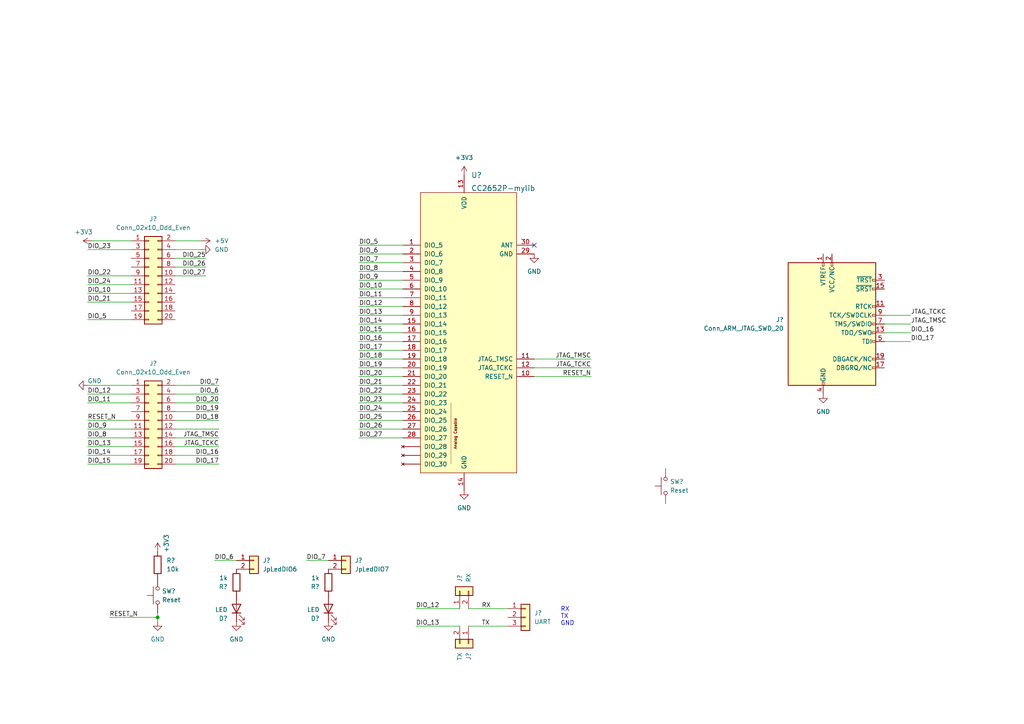
<source format=kicad_sch>
(kicad_sch (version 20211123) (generator eeschema)
  (paper "A4")
  (lib_symbols
    (symbol "Connector:Conn_ARM_JTAG_SWD_20" (pin_names (offset 1.016))
      (property "Reference" "J" (at -5.08 21.59 0))
      (property "Value" "Conn_ARM_JTAG_SWD_20" (at -5.08 19.05 0))
      (symbol "Conn_ARM_JTAG_SWD_20_0_1"
        (rectangle (start -12.7 17.78) (end 12.7 -17.78) (stroke (width 0.254)) (fill (type background)))
        (rectangle (start -2.794 -17.78) (end -2.286 -16.764))
        (rectangle (start -2.794 17.78) (end -2.286 16.764))
        (rectangle (start -0.254 17.78) (end 0.254 16.764))
        (rectangle (start 11.684 2.286) (end 12.7 2.794))
        (rectangle (start 12.7 -12.446) (end 11.684 -12.954))
        (rectangle (start 12.7 -9.906) (end 11.684 -10.414))
        (rectangle (start 12.7 -2.794) (end 11.684 -2.286))
        (rectangle (start 12.7 -0.254) (end 11.684 0.254))
        (rectangle (start 12.7 4.826) (end 11.684 5.334))
        (rectangle (start 12.7 10.414) (end 11.684 9.906))
        (rectangle (start 12.7 12.954) (end 11.684 12.446))
      )
      (symbol "Conn_ARM_JTAG_SWD_20_1_1"
        (rectangle (start 11.684 -5.334) (end 12.7 -4.826))
        (pin power_in line (at -2.54 20.32 270) (length 2.54) (name "VTREF") (number "1"))
        (pin passive line (at -2.54 -20.32 90) (length 2.54) hide (name "GND") (number "10"))
        (pin input line (at 15.24 5.08 180) (length 2.54) (name "RTCK") (number "11"))
        (pin passive line (at -2.54 -20.32 90) (length 2.54) hide (name "GND") (number "12"))
        (pin input line (at 15.24 -2.54 180) (length 2.54) (name "TDO/SWO") (number "13"))
        (pin passive line (at -2.54 -20.32 90) (length 2.54) hide (name "GND") (number "14"))
        (pin bidirectional line (at 15.24 10.16 180) (length 2.54) (name "~{SRST}") (number "15"))
        (pin passive line (at -2.54 -20.32 90) (length 2.54) hide (name "GND") (number "16"))
        (pin output line (at 15.24 -12.7 180) (length 2.54) (name "DBGRQ/NC") (number "17"))
        (pin passive line (at -2.54 -20.32 90) (length 2.54) hide (name "GND") (number "18"))
        (pin input line (at 15.24 -10.16 180) (length 2.54) (name "DBGACK/NC") (number "19"))
        (pin power_in line (at 0 20.32 270) (length 2.54) (name "VCC/NC") (number "2"))
        (pin passive line (at -2.54 -20.32 90) (length 2.54) hide (name "GND") (number "20"))
        (pin output line (at 15.24 12.7 180) (length 2.54) (name "~{TRST}") (number "3"))
        (pin power_in line (at -2.54 -20.32 90) (length 2.54) (name "GND") (number "4"))
        (pin output line (at 15.24 -5.08 180) (length 2.54) (name "TDI") (number "5"))
        (pin passive line (at -2.54 -20.32 90) (length 2.54) hide (name "GND") (number "6"))
        (pin output line (at 15.24 0 180) (length 2.54) (name "TMS/SWDIO") (number "7"))
        (pin passive line (at -2.54 -20.32 90) (length 2.54) hide (name "GND") (number "8"))
        (pin output line (at 15.24 2.54 180) (length 2.54) (name "TCK/SWDCLK") (number "9"))
      )
    )
    (symbol "Connector_Generic:Conn_01x02" (pin_names (offset 1.016) hide)
      (property "Reference" "J" (at 0 2.54 0))
      (property "Value" "Conn_01x02" (at 0 -5.08 0))
      (symbol "Conn_01x02_1_1"
        (rectangle (start -1.27 -2.413) (end 0 -2.667) (stroke (width 0.1524)))
        (rectangle (start -1.27 0.127) (end 0 -0.127) (stroke (width 0.1524)))
        (rectangle (start -1.27 1.27) (end 1.27 -3.81) (stroke (width 0.254)) (fill (type background)))
        (pin passive line (at -5.08 0 0) (length 3.81) (name "Pin_1") (number "1"))
        (pin passive line (at -5.08 -2.54 0) (length 3.81) (name "Pin_2") (number "2"))
      )
    )
    (symbol "Connector_Generic:Conn_01x03" (pin_names (offset 1.016) hide)
      (property "Reference" "J" (at 0 5.08 0))
      (property "Value" "Conn_01x03" (at 0 -5.08 0))
      (symbol "Conn_01x03_1_1"
        (rectangle (start -1.27 -2.413) (end 0 -2.667) (stroke (width 0.1524)))
        (rectangle (start -1.27 0.127) (end 0 -0.127) (stroke (width 0.1524)))
        (rectangle (start -1.27 2.667) (end 0 2.413) (stroke (width 0.1524)))
        (rectangle (start -1.27 3.81) (end 1.27 -3.81) (stroke (width 0.254)) (fill (type background)))
        (pin passive line (at -5.08 2.54 0) (length 3.81) (name "Pin_1") (number "1"))
        (pin passive line (at -5.08 0 0) (length 3.81) (name "Pin_2") (number "2"))
        (pin passive line (at -5.08 -2.54 0) (length 3.81) (name "Pin_3") (number "3"))
      )
    )
    (symbol "Connector_Generic:Conn_02x10_Odd_Even" (pin_names (offset 1.016) hide)
      (property "Reference" "J" (at 1.27 12.7 0))
      (property "Value" "Conn_02x10_Odd_Even" (at 1.27 -15.24 0))
      (symbol "Conn_02x10_Odd_Even_1_1"
        (rectangle (start -1.27 -12.573) (end 0 -12.827) (stroke (width 0.1524)))
        (rectangle (start -1.27 -10.033) (end 0 -10.287) (stroke (width 0.1524)))
        (rectangle (start -1.27 -7.493) (end 0 -7.747) (stroke (width 0.1524)))
        (rectangle (start -1.27 -4.953) (end 0 -5.207) (stroke (width 0.1524)))
        (rectangle (start -1.27 -2.413) (end 0 -2.667) (stroke (width 0.1524)))
        (rectangle (start -1.27 0.127) (end 0 -0.127) (stroke (width 0.1524)))
        (rectangle (start -1.27 2.667) (end 0 2.413) (stroke (width 0.1524)))
        (rectangle (start -1.27 5.207) (end 0 4.953) (stroke (width 0.1524)))
        (rectangle (start -1.27 7.747) (end 0 7.493) (stroke (width 0.1524)))
        (rectangle (start -1.27 10.287) (end 0 10.033) (stroke (width 0.1524)))
        (rectangle (start -1.27 11.43) (end 3.81 -13.97) (stroke (width 0.254)) (fill (type background)))
        (rectangle (start 3.81 -12.573) (end 2.54 -12.827) (stroke (width 0.1524)))
        (rectangle (start 3.81 -10.033) (end 2.54 -10.287) (stroke (width 0.1524)))
        (rectangle (start 3.81 -7.493) (end 2.54 -7.747) (stroke (width 0.1524)))
        (rectangle (start 3.81 -4.953) (end 2.54 -5.207) (stroke (width 0.1524)))
        (rectangle (start 3.81 -2.413) (end 2.54 -2.667) (stroke (width 0.1524)))
        (rectangle (start 3.81 0.127) (end 2.54 -0.127) (stroke (width 0.1524)))
        (rectangle (start 3.81 2.667) (end 2.54 2.413) (stroke (width 0.1524)))
        (rectangle (start 3.81 5.207) (end 2.54 4.953) (stroke (width 0.1524)))
        (rectangle (start 3.81 7.747) (end 2.54 7.493) (stroke (width 0.1524)))
        (rectangle (start 3.81 10.287) (end 2.54 10.033) (stroke (width 0.1524)))
        (pin passive line (at -5.08 10.16 0) (length 3.81) (name "Pin_1") (number "1"))
        (pin passive line (at 7.62 0 180) (length 3.81) (name "Pin_10") (number "10"))
        (pin passive line (at -5.08 -2.54 0) (length 3.81) (name "Pin_11") (number "11"))
        (pin passive line (at 7.62 -2.54 180) (length 3.81) (name "Pin_12") (number "12"))
        (pin passive line (at -5.08 -5.08 0) (length 3.81) (name "Pin_13") (number "13"))
        (pin passive line (at 7.62 -5.08 180) (length 3.81) (name "Pin_14") (number "14"))
        (pin passive line (at -5.08 -7.62 0) (length 3.81) (name "Pin_15") (number "15"))
        (pin passive line (at 7.62 -7.62 180) (length 3.81) (name "Pin_16") (number "16"))
        (pin passive line (at -5.08 -10.16 0) (length 3.81) (name "Pin_17") (number "17"))
        (pin passive line (at 7.62 -10.16 180) (length 3.81) (name "Pin_18") (number "18"))
        (pin passive line (at -5.08 -12.7 0) (length 3.81) (name "Pin_19") (number "19"))
        (pin passive line (at 7.62 10.16 180) (length 3.81) (name "Pin_2") (number "2"))
        (pin passive line (at 7.62 -12.7 180) (length 3.81) (name "Pin_20") (number "20"))
        (pin passive line (at -5.08 7.62 0) (length 3.81) (name "Pin_3") (number "3"))
        (pin passive line (at 7.62 7.62 180) (length 3.81) (name "Pin_4") (number "4"))
        (pin passive line (at -5.08 5.08 0) (length 3.81) (name "Pin_5") (number "5"))
        (pin passive line (at 7.62 5.08 180) (length 3.81) (name "Pin_6") (number "6"))
        (pin passive line (at -5.08 2.54 0) (length 3.81) (name "Pin_7") (number "7"))
        (pin passive line (at 7.62 2.54 180) (length 3.81) (name "Pin_8") (number "8"))
        (pin passive line (at -5.08 0 0) (length 3.81) (name "Pin_9") (number "9"))
      )
    )
    (symbol "Device:LED" (pin_numbers hide) (pin_names (offset 1.016) hide)
      (property "Reference" "D" (at 0 2.54 0))
      (property "Value" "LED" (at 0 -2.54 0))
      (symbol "LED_0_1"
        (polyline (pts (xy -1.27 -1.27) (xy -1.27 1.27)) (stroke (width 0.254)))
        (polyline (pts (xy -1.27 0) (xy 1.27 0)))
        (polyline (pts (xy 1.27 -1.27) (xy 1.27 1.27) (xy -1.27 0) (xy 1.27 -1.27)) (stroke (width 0.254)))
        (polyline (pts (xy -3.048 -0.762) (xy -4.572 -2.286) (xy -3.81 -2.286) (xy -4.572 -2.286) (xy -4.572 -1.524)))
        (polyline (pts (xy -1.778 -0.762) (xy -3.302 -2.286) (xy -2.54 -2.286) (xy -3.302 -2.286) (xy -3.302 -1.524)))
      )
      (symbol "LED_1_1"
        (pin passive line (at -3.81 0 0) (length 2.54) (name "K") (number "1"))
        (pin passive line (at 3.81 0 180) (length 2.54) (name "A") (number "2"))
      )
    )
    (symbol "Device:R" (pin_numbers hide) (pin_names (offset 0))
      (property "Reference" "R" (at 2.032 0 90))
      (property "Value" "R" (at 0 0 90))
      (symbol "R_0_1"
        (rectangle (start -1.016 -2.54) (end 1.016 2.54) (stroke (width 0.254)))
      )
      (symbol "R_1_1"
        (pin passive line (at 0 3.81 270) (length 1.27) (name "~") (number "1"))
        (pin passive line (at 0 -3.81 90) (length 1.27) (name "~") (number "2"))
      )
    )
    (symbol "Switch:SW_Push" (pin_numbers hide) (pin_names (offset 1.016) hide)
      (property "Reference" "SW" (at 1.27 2.54 0))
      (property "Value" "SW_Push" (at 0 -1.524 0))
      (symbol "SW_Push_0_1"
        (circle (center -2.032 0) (radius 0.508))
        (polyline (pts (xy 0 1.27) (xy 0 3.048)))
        (polyline (pts (xy 2.54 1.27) (xy -2.54 1.27)))
        (circle (center 2.032 0) (radius 0.508))
        (pin passive line (at -5.08 0 0) (length 2.54) (name "1") (number "1"))
        (pin passive line (at 5.08 0 180) (length 2.54) (name "2") (number "2"))
      )
    )
    (symbol "myZigbee:CC2652P-mylib" (pin_names (offset 1.016))
      (property "Reference" "U" (at -10.16 39.37 0))
      (property "Value" "CC2652P-mylib" (at 10.16 -45.72 0))
      (symbol "CC2652P-mylib_0_0"
        (text "Analog Capable" (at -2.54 -31.75 900) (effects (font (size 0.762 0.762))))
      )
      (symbol "CC2652P-mylib_0_1"
        (rectangle (start -12.7 38.1) (end 15.24 -43.18) (fill (type background)))
        (polyline (pts (xy -3.81 -40.64) (xy -3.81 -22.86)) (stroke (width 0.0762)))
      )
      (symbol "CC2652P-mylib_1_1"
        (pin bidirectional line (at -17.78 22.86 0) (length 5.08) (name "DIO_5") (number "1"))
        (pin bidirectional line (at 20.32 -15.24 180) (length 5.08) (name "RESET_N") (number "10"))
        (pin bidirectional line (at 20.32 -10.16 180) (length 5.08) (name "JTAG_TMSC") (number "11"))
        (pin bidirectional line (at 20.32 -12.7 180) (length 5.08) (name "JTAG_TCKC") (number "12"))
        (pin power_in line (at 0 43.18 270) (length 5.08) (name "VDD") (number "13"))
        (pin power_in line (at 0 -48.26 90) (length 5.08) (name "GND") (number "14"))
        (pin bidirectional line (at -17.78 0 0) (length 5.08) (name "DIO_14") (number "15"))
        (pin bidirectional line (at -17.78 -2.54 0) (length 5.08) (name "DIO_15") (number "16"))
        (pin bidirectional line (at -17.78 -5.08 0) (length 5.08) (name "DIO_16") (number "17"))
        (pin bidirectional line (at -17.78 -7.62 0) (length 5.08) (name "DIO_17") (number "18"))
        (pin bidirectional line (at -17.78 -10.16 0) (length 5.08) (name "DIO_18") (number "19"))
        (pin bidirectional line (at -17.78 20.32 0) (length 5.08) (name "DIO_6") (number "2"))
        (pin bidirectional line (at -17.78 -12.7 0) (length 5.08) (name "DIO_19") (number "20"))
        (pin bidirectional line (at -17.78 -15.24 0) (length 5.08) (name "DIO_20") (number "21"))
        (pin bidirectional line (at -17.78 -17.78 0) (length 5.08) (name "DIO_21") (number "22"))
        (pin bidirectional line (at -17.78 -20.32 0) (length 5.08) (name "DIO_22") (number "23"))
        (pin bidirectional line (at -17.78 -22.86 0) (length 5.08) (name "DIO_23") (number "24"))
        (pin bidirectional line (at -17.78 -25.4 0) (length 5.08) (name "DIO_24") (number "25"))
        (pin bidirectional line (at -17.78 -27.94 0) (length 5.08) (name "DIO_25") (number "26"))
        (pin bidirectional line (at -17.78 -30.48 0) (length 5.08) (name "DIO_26") (number "27"))
        (pin bidirectional line (at -17.78 -33.02 0) (length 5.08) (name "DIO_27") (number "28"))
        (pin passive line (at 20.32 20.32 180) (length 5.08) (name "GND") (number "29"))
        (pin bidirectional line (at -17.78 17.78 0) (length 5.08) (name "DIO_7") (number "3"))
        (pin passive line (at 20.32 22.86 180) (length 5.08) (name "ANT") (number "30"))
        (pin bidirectional line (at -17.78 15.24 0) (length 5.08) (name "DIO_8") (number "4"))
        (pin bidirectional line (at -17.78 12.7 0) (length 5.08) (name "DIO_9") (number "5"))
        (pin bidirectional line (at -17.78 10.16 0) (length 5.08) (name "DIO_10") (number "6"))
        (pin bidirectional line (at -17.78 7.62 0) (length 5.08) (name "DIO_11") (number "7"))
        (pin bidirectional line (at -17.78 5.08 0) (length 5.08) (name "DIO_12") (number "8"))
        (pin bidirectional line (at -17.78 2.54 0) (length 5.08) (name "DIO_13") (number "9"))
        (pin no_connect line (at -17.78 -35.56 0) (length 5.08) (name "DIO_28") (number "~"))
        (pin no_connect line (at -17.78 -38.1 0) (length 5.08) (name "DIO_29") (number "~"))
        (pin no_connect line (at -17.78 -40.64 0) (length 5.08) (name "DIO_30") (number "~"))
      )
    )
    (symbol "power:+3.3V" (power) (pin_names (offset 0))
      (property "Value" "+3.3V" (at 0 3.556 0))
      (symbol "+3.3V_0_1"
        (polyline (pts (xy -0.762 1.27) (xy 0 2.54)))
        (polyline (pts (xy 0 0) (xy 0 2.54)))
        (polyline (pts (xy 0 2.54) (xy 0.762 1.27)))
      )
      (symbol "+3.3V_1_1"
        (pin power_in line (at 0 0 90) (length 0) hide (name "+3V3") (number "1"))
      )
    )
    (symbol "power:+5V" (power) (pin_names (offset 0))
      (property "Value" "+5V" (at 0 3.556 0))
      (symbol "+5V_0_1"
        (polyline (pts (xy -0.762 1.27) (xy 0 2.54)))
        (polyline (pts (xy 0 0) (xy 0 2.54)))
        (polyline (pts (xy 0 2.54) (xy 0.762 1.27)))
      )
      (symbol "+5V_1_1"
        (pin power_in line (at 0 0 90) (length 0) hide (name "+5V") (number "1"))
      )
    )
    (symbol "power:GND" (power) (pin_names (offset 0))
      (property "Value" "GND" (at 0 -3.81 0))
      (symbol "GND_0_1"
        (polyline (pts (xy 0 0) (xy 0 -1.27) (xy 1.27 -1.27) (xy 0 -2.54) (xy -1.27 -1.27) (xy 0 -1.27)))
      )
      (symbol "GND_1_1"
        (pin power_in line (at 0 0 270) (length 0) hide (name "GND") (number "1"))
      )
    )
  )
  (junction (at 45.72 179.07))
  (no_connect (at 154.94 71.12))
  (wire (pts (xy 25.4 116.84) (xy 38.1 116.84)))
  (wire (pts (xy 104.14 81.28) (xy 116.84 81.28)))
  (wire (pts (xy 120.65 176.53) (xy 133.35 176.53)))
  (wire (pts (xy 25.4 87.63) (xy 38.1 87.63)))
  (wire (pts (xy 256.54 99.06) (xy 264.16 99.06)))
  (wire (pts (xy 135.89 181.61) (xy 147.32 181.61)))
  (wire (pts (xy 104.14 111.76) (xy 116.84 111.76)))
  (wire (pts (xy 104.14 83.82) (xy 116.84 83.82)))
  (wire (pts (xy 104.14 99.06) (xy 116.84 99.06)))
  (wire (pts (xy 25.4 85.09) (xy 38.1 85.09)))
  (wire (pts (xy 104.14 71.12) (xy 116.84 71.12)))
  (wire (pts (xy 154.94 104.14) (xy 171.45 104.14)))
  (wire (pts (xy 104.14 91.44) (xy 116.84 91.44)))
  (wire (pts (xy 45.72 179.07) (xy 45.72 180.34)))
  (wire (pts (xy 25.4 124.46) (xy 38.1 124.46)))
  (wire (pts (xy 50.8 114.3) (xy 63.5 114.3)))
  (wire (pts (xy 25.4 111.76) (xy 38.1 111.76)))
  (wire (pts (xy 104.14 121.92) (xy 116.84 121.92)))
  (wire (pts (xy 50.8 116.84) (xy 63.5 116.84)))
  (wire (pts (xy 50.8 119.38) (xy 63.5 119.38)))
  (wire (pts (xy 104.14 109.22) (xy 116.84 109.22)))
  (wire (pts (xy 104.14 127) (xy 116.84 127)))
  (wire (pts (xy 104.14 119.38) (xy 116.84 119.38)))
  (wire (pts (xy 104.14 73.66) (xy 116.84 73.66)))
  (wire (pts (xy 25.4 92.71) (xy 38.1 92.71)))
  (wire (pts (xy 25.4 127) (xy 38.1 127)))
  (wire (pts (xy 50.8 77.47) (xy 59.69 77.47)))
  (wire (pts (xy 50.8 80.01) (xy 59.69 80.01)))
  (wire (pts (xy 104.14 78.74) (xy 116.84 78.74)))
  (wire (pts (xy 25.4 82.55) (xy 38.1 82.55)))
  (wire (pts (xy 256.54 96.52) (xy 264.16 96.52)))
  (wire (pts (xy 59.69 74.93) (xy 50.8 74.93)))
  (wire (pts (xy 25.4 132.08) (xy 38.1 132.08)))
  (wire (pts (xy 50.8 121.92) (xy 63.5 121.92)))
  (wire (pts (xy 50.8 124.46) (xy 63.5 124.46)))
  (wire (pts (xy 104.14 116.84) (xy 116.84 116.84)))
  (wire (pts (xy 50.8 132.08) (xy 63.5 132.08)))
  (wire (pts (xy 104.14 101.6) (xy 116.84 101.6)))
  (wire (pts (xy 104.14 114.3) (xy 116.84 114.3)))
  (wire (pts (xy 104.14 96.52) (xy 116.84 96.52)))
  (wire (pts (xy 104.14 76.2) (xy 116.84 76.2)))
  (wire (pts (xy 104.14 86.36) (xy 116.84 86.36)))
  (wire (pts (xy 104.14 93.98) (xy 116.84 93.98)))
  (wire (pts (xy 25.4 114.3) (xy 38.1 114.3)))
  (wire (pts (xy 26.67 69.85) (xy 38.1 69.85)))
  (wire (pts (xy 25.4 121.92) (xy 38.1 121.92)))
  (wire (pts (xy 50.8 127) (xy 63.5 127)))
  (wire (pts (xy 25.4 129.54) (xy 38.1 129.54)))
  (wire (pts (xy 31.75 179.07) (xy 45.72 179.07)))
  (wire (pts (xy 120.65 181.61) (xy 133.35 181.61)))
  (wire (pts (xy 50.8 69.85) (xy 58.42 69.85)))
  (wire (pts (xy 135.89 176.53) (xy 147.32 176.53)))
  (wire (pts (xy 25.4 134.62) (xy 38.1 134.62)))
  (wire (pts (xy 88.9 162.56) (xy 95.25 162.56)))
  (wire (pts (xy 154.94 106.68) (xy 171.45 106.68)))
  (wire (pts (xy 256.54 93.98) (xy 264.16 93.98)))
  (wire (pts (xy 50.8 134.62) (xy 63.5 134.62)))
  (wire (pts (xy 50.8 129.54) (xy 63.5 129.54)))
  (wire (pts (xy 104.14 106.68) (xy 116.84 106.68)))
  (wire (pts (xy 62.23 162.56) (xy 68.58 162.56)))
  (wire (pts (xy 104.14 104.14) (xy 116.84 104.14)))
  (wire (pts (xy 45.72 179.07) (xy 45.72 177.8)))
  (wire (pts (xy 256.54 91.44) (xy 264.16 91.44)))
  (wire (pts (xy 104.14 124.46) (xy 116.84 124.46)))
  (wire (pts (xy 50.8 111.76) (xy 63.5 111.76)))
  (wire (pts (xy 154.94 109.22) (xy 171.45 109.22)))
  (wire (pts (xy 104.14 88.9) (xy 116.84 88.9)))
  (wire (pts (xy 25.4 80.01) (xy 38.1 80.01)))
  (wire (pts (xy 25.4 72.39) (xy 38.1 72.39)))
  (wire (pts (xy 50.8 72.39) (xy 58.42 72.39)))
  (text "RX\nTX\nGND" (at 162.56 181.61 0) (effects (font (size 1.27 1.27)) (justify left bottom)))
  (label "DIO_11" (at 25.4 116.84 0))
  (label "DIO_23" (at 25.4 72.39 0))
  (label "DIO_11" (at 104.14 86.36 0))
  (label "DIO_7" (at 63.5 111.76 180))
  (label "DIO_6" (at 104.14 73.66 0))
  (label "DIO_12" (at 25.4 114.3 0))
  (label "DIO_8" (at 25.4 127 0))
  (label "DIO_27" (at 59.69 80.01 180))
  (label "DIO_8" (at 104.14 78.74 0))
  (label "DIO_9" (at 104.14 81.28 0))
  (label "DIO_5" (at 104.14 71.12 0))
  (label "DIO_20" (at 104.14 109.22 0))
  (label "DIO_26" (at 104.14 124.46 0))
  (label "DIO_22" (at 104.14 114.3 0))
  (label "DIO_10" (at 104.14 83.82 0))
  (label "DIO_17" (at 63.5 134.62 180))
  (label "DIO_13" (at 104.14 91.44 0))
  (label "DIO_22" (at 25.4 80.01 0))
  (label "JTAG_TCKC" (at 264.16 91.44 0))
  (label "DIO_17" (at 104.14 101.6 0))
  (label "JTAG_TCKC" (at 171.45 106.68 180))
  (label "JTAG_TMSC" (at 171.45 104.14 180))
  (label "TX" (at 139.7 181.61 0))
  (label "DIO_12" (at 104.14 88.9 0))
  (label "DIO_15" (at 25.4 134.62 0))
  (label "DIO_20" (at 63.5 116.84 180))
  (label "DIO_18" (at 104.14 104.14 0))
  (label "DIO_9" (at 25.4 124.46 0))
  (label "DIO_25" (at 104.14 121.92 0))
  (label "DIO_13" (at 25.4 129.54 0))
  (label "DIO_19" (at 63.5 119.38 180))
  (label "DIO_24" (at 104.14 119.38 0))
  (label "DIO_6" (at 63.5 114.3 180))
  (label "DIO_26" (at 59.69 77.47 180))
  (label "DIO_7" (at 88.9 162.56 0))
  (label "DIO_21" (at 25.4 87.63 0))
  (label "DIO_12" (at 120.65 176.53 0))
  (label "DIO_27" (at 104.14 127 0))
  (label "RX" (at 139.7 176.53 0))
  (label "DIO_19" (at 104.14 106.68 0))
  (label "DIO_21" (at 104.14 111.76 0))
  (label "DIO_6" (at 62.23 162.56 0))
  (label "DIO_13" (at 120.65 181.61 0))
  (label "DIO_16" (at 104.14 99.06 0))
  (label "DIO_5" (at 25.4 92.71 0))
  (label "DIO_16" (at 63.5 132.08 180))
  (label "DIO_7" (at 104.14 76.2 0))
  (label "RESET_N" (at 31.75 179.07 0))
  (label "DIO_10" (at 25.4 85.09 0))
  (label "DIO_25" (at 59.69 74.93 180))
  (label "DIO_23" (at 104.14 116.84 0))
  (label "JTAG_TMSC" (at 63.5 127 180))
  (label "DIO_24" (at 25.4 82.55 0))
  (label "RESET_N" (at 25.4 121.92 0))
  (label "DIO_14" (at 25.4 132.08 0))
  (label "DIO_16" (at 264.16 96.52 0))
  (label "RESET_N" (at 171.45 109.22 180))
  (label "DIO_14" (at 104.14 93.98 0))
  (label "JTAG_TMSC" (at 264.16 93.98 0))
  (label "DIO_15" (at 104.14 96.52 0))
  (label "JTAG_TCKC" (at 63.5 129.54 180))
  (label "DIO_18" (at 63.5 121.92 180))
  (label "DIO_17" (at 264.16 99.06 0))
  (symbol (lib_id "Connector_Generic:Conn_01x02") (at 73.66 162.56 0) (unit 1)
    (property "Reference" "J?" (at 76.2 162.5599 0) (effects (justify left)))
    (property "Value" "JpLedDIO6" (at 76.2 165.0999 0) (effects (justify left)))
  )
  (symbol (lib_id "power:+3.3V") (at 26.67 69.85 90) (unit 1)
    (property "Reference" "#PWR?" (effects hide))
    (property "Value" "+3.3V" (at 21.59 67.31 90) (effects (justify right)))
  )
  (symbol (lib_id "power:GND") (at 45.72 180.34 0) (unit 1)
    (property "Reference" "#PWR?" (effects hide))
    (property "Value" "GND" (at 45.72 185.42 0))
  )
  (symbol (lib_id "Connector_Generic:Conn_02x10_Odd_Even") (at 43.18 80.01 0) (unit 1)
    (property "Reference" "J?" (at 44.45 63.5 0))
    (property "Value" "Conn_02x10_Odd_Even" (at 44.45 66.04 0))
  )
  (symbol (lib_id "power:GND") (at 58.42 72.39 90) (unit 1)
    (property "Reference" "#PWR?" (effects hide))
    (property "Value" "GND" (at 62.23 72.3899 90) (effects (justify right)))
  )
  (symbol (lib_id "myZigbee:CC2652P-mylib") (at 134.62 93.98 0) (unit 1)
    (property "Reference" "U?" (at 136.6394 50.8 0) (effects (font (size 1.524 1.524)) (justify left)))
    (property "Value" "CC2652P-mylib" (at 136.6394 54.61 0) (effects (font (size 1.524 1.524)) (justify left)))
    (property "Footprint" "myLib:RF-BM-2652P2" (effects hide))
    (property "Description" "RF TxRx+MCU 802.15.4, Bluetooth Bluetooth v5.0, Thread, Zigbee" (effects hide))
    (property "Manufacturer" "RF-star" (effects hide))
    (property "MPN" "RF-BM-2652P2" (effects hide))
  )
  (symbol (lib_id "power:GND") (at 154.94 73.66 0) (unit 1)
    (property "Reference" "#PWR?" (effects hide))
    (property "Value" "GND" (at 154.94 78.74 0))
  )
  (symbol (lib_id "power:GND") (at 68.58 180.34 0) (unit 1)
    (property "Reference" "#PWR?" (effects hide))
    (property "Value" "GND" (at 68.58 185.42 0))
  )
  (symbol (lib_id "Switch:SW_Push") (at 193.04 140.97 90) (unit 1)
    (property "Reference" "SW?" (at 194.31 139.6999 90) (effects (justify right)))
    (property "Value" "Reset" (at 194.31 142.2399 90) (effects (justify right)))
  )
  (symbol (lib_id "power:+3.3V") (at 45.72 160.02 0) (unit 1)
    (property "Reference" "#PWR?" (effects hide))
    (property "Value" "+3.3V" (at 48.26 154.94 90) (effects (justify right)))
  )
  (symbol (lib_id "Connector_Generic:Conn_01x03") (at 152.4 179.07 0) (unit 1)
    (property "Reference" "J?" (at 154.94 177.7999 0) (effects (justify left)))
    (property "Value" "UART" (at 154.94 180.3399 0) (effects (justify left)))
  )
  (symbol (lib_id "Device:R") (at 68.58 168.91 0) (unit 1)
    (property "Reference" "R?" (at 66.04 170.1801 0) (effects (justify right)))
    (property "Value" "1k" (at 66.04 167.6401 0) (effects (justify right)))
    (property "Footprint" "Resistor_SMD:R_1206_3216Metric" (effects hide))
  )
  (symbol (lib_id "Connector_Generic:Conn_01x02") (at 100.33 162.56 0) (unit 1)
    (property "Reference" "J?" (at 102.87 162.5599 0) (effects (justify left)))
    (property "Value" "JpLedDIO7" (at 102.87 165.0999 0) (effects (justify left)))
  )
  (symbol (lib_id "power:GND") (at 95.25 180.34 0) (unit 1)
    (property "Reference" "#PWR?" (effects hide))
    (property "Value" "GND" (at 95.25 185.42 0))
  )
  (symbol (lib_id "Device:LED") (at 95.25 176.53 90) (unit 1)
    (property "Reference" "D?" (at 92.71 179.3876 90) (effects (justify left)))
    (property "Value" "LED" (at 92.71 176.8476 90) (effects (justify left)))
  )
  (symbol (lib_id "Connector:Conn_ARM_JTAG_SWD_20") (at 241.3 93.98 0) (unit 1)
    (property "Reference" "J?" (at 227.33 92.7099 0) (effects (justify right)))
    (property "Value" "Conn_ARM_JTAG_SWD_20" (at 227.33 95.2499 0) (effects (justify right)))
    (property "Footprint" "Connector_PinHeader_2.54mm:PinHeader_2x10_P2.54mm_Vertical" (effects hide))
    (property "Datasheet" "http://infocenter.arm.com/help/topic/com.arm.doc.dui0499b/DUI0499B_system_design_reference.pdf" (effects hide))
  )
  (symbol (lib_id "power:+3.3V") (at 134.62 50.8 0) (unit 1)
    (property "Reference" "#PWR?" (effects hide))
    (property "Value" "+3.3V" (at 134.62 45.72 0))
  )
  (symbol (lib_id "power:+5V") (at 58.42 69.85 270) (unit 1)
    (property "Reference" "#PWR?" (effects hide))
    (property "Value" "+5V" (at 62.23 69.8499 90) (effects (justify left)))
  )
  (symbol (lib_id "Switch:SW_Push") (at 45.72 172.72 90) (unit 1)
    (property "Reference" "SW?" (at 46.99 171.4499 90) (effects (justify right)))
    (property "Value" "Reset" (at 46.99 173.9899 90) (effects (justify right)))
  )
  (symbol (lib_id "Device:R") (at 95.25 168.91 0) (unit 1)
    (property "Reference" "R?" (at 92.71 170.1801 0) (effects (justify right)))
    (property "Value" "1k" (at 92.71 167.6401 0) (effects (justify right)))
    (property "Footprint" "Resistor_SMD:R_1206_3216Metric" (effects hide))
  )
  (symbol (lib_id "Connector_Generic:Conn_02x10_Odd_Even") (at 43.18 121.92 0) (unit 1)
    (property "Reference" "J?" (at 44.45 105.41 0))
    (property "Value" "Conn_02x10_Odd_Even" (at 44.45 107.95 0))
  )
  (symbol (lib_id "Device:LED") (at 68.58 176.53 90) (unit 1)
    (property "Reference" "D?" (at 66.04 179.3876 90) (effects (justify left)))
    (property "Value" "LED" (at 66.04 176.8476 90) (effects (justify left)))
  )
  (symbol (lib_id "Connector_Generic:Conn_01x02") (at 135.89 186.69 270) (unit 1)
    (property "Reference" "J?" (at 135.8901 189.23 0) (effects (justify left)))
    (property "Value" "TX" (at 133.3501 189.23 0) (effects (justify left)))
  )
  (symbol (lib_id "power:GND") (at 25.4 111.76 270) (unit 1)
    (property "Reference" "#PWR?" (effects hide))
    (property "Value" "GND" (at 25.4 110.49 90) (effects (justify left)))
  )
  (symbol (lib_id "power:GND") (at 238.76 114.3 0) (unit 1)
    (property "Reference" "#PWR?" (effects hide))
    (property "Value" "GND" (at 238.76 119.38 0))
  )
  (symbol (lib_id "Device:R") (at 45.72 163.83 180) (unit 1)
    (property "Reference" "R?" (at 48.26 162.5599 0) (effects (justify right)))
    (property "Value" "10k" (at 48.26 165.0999 0) (effects (justify right)))
    (property "Footprint" "Resistor_SMD:R_1206_3216Metric" (effects hide))
  )
  (symbol (lib_id "Connector_Generic:Conn_01x02") (at 133.35 171.45 90) (unit 1)
    (property "Reference" "J?" (at 133.3499 168.91 0) (effects (justify left)))
    (property "Value" "RX" (at 135.8899 168.91 0) (effects (justify left)))
  )
  (symbol (lib_id "power:GND") (at 134.62 142.24 0) (unit 1)
    (property "Reference" "#PWR?" (effects hide))
    (property "Value" "GND" (at 134.62 147.32 0))
  )
)
</source>
